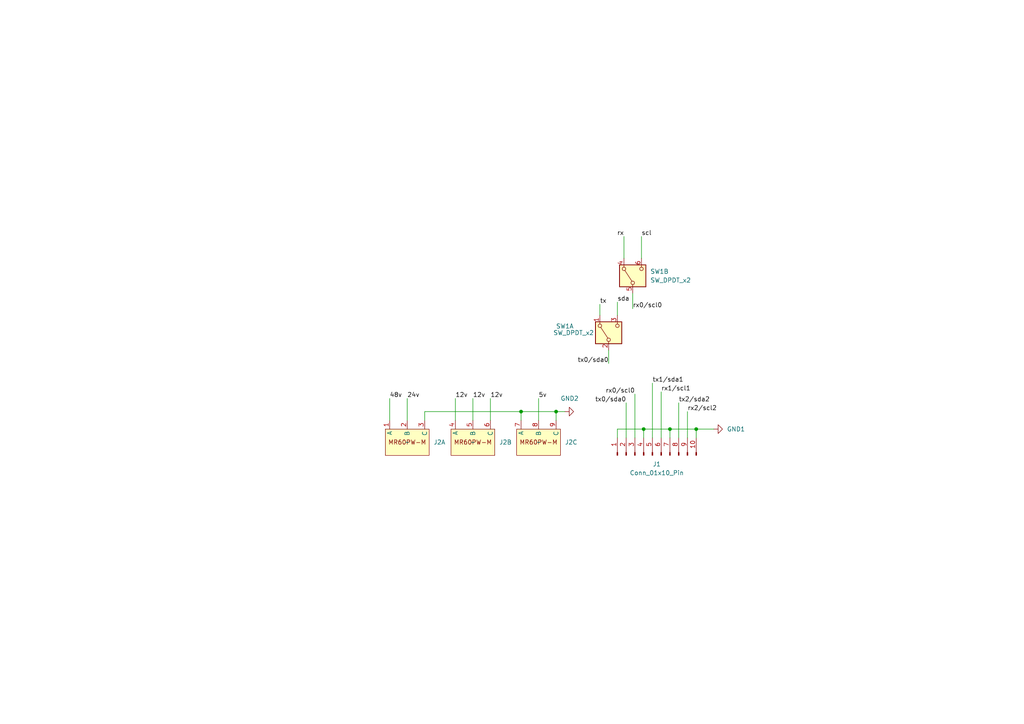
<source format=kicad_sch>
(kicad_sch (version 20230121) (generator eeschema)
  (paper "A4")
  (lib_symbols
    (symbol "2024-backplane:MR60PW-M_X3"
      (property "Reference" "J" (at -3.81 11.43 0))
      (symbol "MR60PW-M_X3_1_1"
        (rectangle (start -10.16 10.16) (end 2.54 2.54) (fill (type background)))
        (text "MR60PW-M\n" (at -3.81 6.35 0) (effects (font (size 1.27 1.27))))
        (pin bidirectional line (at -8.89 0 90) (length 2.54) (name "A") (number "1"))
        (pin bidirectional line (at -3.81 0 90) (length 2.54) (name "B") (number "2"))
        (pin bidirectional line (at 1.27 0 90) (length 2.54) (name "C") (number "3"))
      )
      (symbol "MR60PW-M_X3_2_1"
        (rectangle (start -10.16 10.16) (end 2.54 2.54) (fill (type background)))
        (text "MR60PW-M\n" (at -3.81 6.35 0) (effects (font (size 1.27 1.27))))
        (pin bidirectional line (at -8.89 0 90) (length 2.54) (name "A") (number "4"))
        (pin bidirectional line (at -3.81 0 90) (length 2.54) (name "B") (number "5"))
        (pin bidirectional line (at 1.27 0 90) (length 2.54) (name "C") (number "6"))
      )
      (symbol "MR60PW-M_X3_3_1"
        (rectangle (start -10.16 10.16) (end 2.54 2.54) (fill (type background)))
        (text "MR60PW-M\n" (at -3.81 6.35 0) (effects (font (size 1.27 1.27))))
        (pin bidirectional line (at -8.89 0 90) (length 2.54) (name "A") (number "7"))
        (pin bidirectional line (at -3.81 0 90) (length 2.54) (name "B") (number "8"))
        (pin bidirectional line (at 1.27 0 90) (length 2.54) (name "C") (number "9"))
      )
    )
    (symbol "Connector:Conn_01x10_Pin" (pin_names (offset 1.016) hide)
      (property "Reference" "J" (at 0 12.7 0))
      (property "Value" "Conn_01x10_Pin" (at 0 -15.24 0))
      (symbol "Conn_01x10_Pin_1_1"
        (polyline (pts (xy 1.27 -12.7) (xy 0.8636 -12.7)) (stroke (width 0.1524)))
        (polyline (pts (xy 1.27 -10.16) (xy 0.8636 -10.16)) (stroke (width 0.1524)))
        (polyline (pts (xy 1.27 -7.62) (xy 0.8636 -7.62)) (stroke (width 0.1524)))
        (polyline (pts (xy 1.27 -5.08) (xy 0.8636 -5.08)) (stroke (width 0.1524)))
        (polyline (pts (xy 1.27 -2.54) (xy 0.8636 -2.54)) (stroke (width 0.1524)))
        (polyline (pts (xy 1.27 0) (xy 0.8636 0)) (stroke (width 0.1524)))
        (polyline (pts (xy 1.27 2.54) (xy 0.8636 2.54)) (stroke (width 0.1524)))
        (polyline (pts (xy 1.27 5.08) (xy 0.8636 5.08)) (stroke (width 0.1524)))
        (polyline (pts (xy 1.27 7.62) (xy 0.8636 7.62)) (stroke (width 0.1524)))
        (polyline (pts (xy 1.27 10.16) (xy 0.8636 10.16)) (stroke (width 0.1524)))
        (rectangle (start 0.8636 -12.573) (end 0 -12.827) (stroke (width 0.1524)) (fill (type outline)))
        (rectangle (start 0.8636 -10.033) (end 0 -10.287) (stroke (width 0.1524)) (fill (type outline)))
        (rectangle (start 0.8636 -7.493) (end 0 -7.747) (stroke (width 0.1524)) (fill (type outline)))
        (rectangle (start 0.8636 -4.953) (end 0 -5.207) (stroke (width 0.1524)) (fill (type outline)))
        (rectangle (start 0.8636 -2.413) (end 0 -2.667) (stroke (width 0.1524)) (fill (type outline)))
        (rectangle (start 0.8636 0.127) (end 0 -0.127) (stroke (width 0.1524)) (fill (type outline)))
        (rectangle (start 0.8636 2.667) (end 0 2.413) (stroke (width 0.1524)) (fill (type outline)))
        (rectangle (start 0.8636 5.207) (end 0 4.953) (stroke (width 0.1524)) (fill (type outline)))
        (rectangle (start 0.8636 7.747) (end 0 7.493) (stroke (width 0.1524)) (fill (type outline)))
        (rectangle (start 0.8636 10.287) (end 0 10.033) (stroke (width 0.1524)) (fill (type outline)))
        (pin passive line (at 5.08 10.16 180) (length 3.81) (name "Pin_1") (number "1"))
        (pin passive line (at 5.08 -12.7 180) (length 3.81) (name "Pin_10") (number "10"))
        (pin passive line (at 5.08 7.62 180) (length 3.81) (name "Pin_2") (number "2"))
        (pin passive line (at 5.08 5.08 180) (length 3.81) (name "Pin_3") (number "3"))
        (pin passive line (at 5.08 2.54 180) (length 3.81) (name "Pin_4") (number "4"))
        (pin passive line (at 5.08 0 180) (length 3.81) (name "Pin_5") (number "5"))
        (pin passive line (at 5.08 -2.54 180) (length 3.81) (name "Pin_6") (number "6"))
        (pin passive line (at 5.08 -5.08 180) (length 3.81) (name "Pin_7") (number "7"))
        (pin passive line (at 5.08 -7.62 180) (length 3.81) (name "Pin_8") (number "8"))
        (pin passive line (at 5.08 -10.16 180) (length 3.81) (name "Pin_9") (number "9"))
      )
    )
    (symbol "Switch:SW_DPDT_x2" (pin_names (offset 0) hide)
      (property "Reference" "SW" (at 0 5.08 0))
      (property "Value" "SW_DPDT_x2" (at 0 -5.08 0))
      (symbol "SW_DPDT_x2_0_0"
        (circle (center -2.032 0) (radius 0.508))
        (circle (center 2.032 -2.54) (radius 0.508))
      )
      (symbol "SW_DPDT_x2_0_1"
        (rectangle (start -3.175 3.81) (end 3.175 -3.81) (stroke (width 0.254)) (fill (type background)))
        (polyline (pts (xy -1.524 0.254) (xy 1.5748 2.286)))
        (circle (center 2.032 2.54) (radius 0.508))
      )
      (symbol "SW_DPDT_x2_1_1"
        (pin passive line (at 5.08 2.54 180) (length 2.54) (name "A") (number "1"))
        (pin passive line (at -5.08 0 0) (length 2.54) (name "B") (number "2"))
        (pin passive line (at 5.08 -2.54 180) (length 2.54) (name "C") (number "3"))
      )
      (symbol "SW_DPDT_x2_2_1"
        (pin passive line (at 5.08 2.54 180) (length 2.54) (name "A") (number "4"))
        (pin passive line (at -5.08 0 0) (length 2.54) (name "B") (number "5"))
        (pin passive line (at 5.08 -2.54 180) (length 2.54) (name "C") (number "6"))
      )
    )
    (symbol "power:GND1" (power) (pin_names (offset 0))
      (property "Value" "GND1" (at 0 -3.81 0))
      (symbol "GND1_0_1"
        (polyline (pts (xy 0 0) (xy 0 -1.27) (xy 1.27 -1.27) (xy 0 -2.54) (xy -1.27 -1.27) (xy 0 -1.27)))
      )
      (symbol "GND1_1_1"
        (pin power_in line (at 0 0 270) (length 0) hide (name "GND1") (number "1"))
      )
    )
    (symbol "power:GND2" (power) (pin_names (offset 0))
      (property "Value" "GND2" (at 0 -3.81 0))
      (symbol "GND2_0_1"
        (polyline (pts (xy 0 0) (xy 0 -1.27) (xy 1.27 -1.27) (xy 0 -2.54) (xy -1.27 -1.27) (xy 0 -1.27)))
      )
      (symbol "GND2_1_1"
        (pin power_in line (at 0 0 270) (length 0) hide (name "GND2") (number "1"))
      )
    )
  )
  (junction (at 186.69 124.46))
  (junction (at 201.93 124.46))
  (junction (at 194.31 124.46))
  (junction (at 151.13 119.38))
  (junction (at 161.29 119.38))
  (wire (pts (xy 156.21 115.57) (xy 156.21 121.92)))
  (wire (pts (xy 123.19 119.38) (xy 151.13 119.38)))
  (wire (pts (xy 180.975 68.58) (xy 180.975 74.93)))
  (wire (pts (xy 194.31 124.46) (xy 201.93 124.46)))
  (wire (pts (xy 179.07 124.46) (xy 186.69 124.46)))
  (wire (pts (xy 183.515 85.09) (xy 183.515 89.535)))
  (wire (pts (xy 161.29 119.38) (xy 163.83 119.38)))
  (wire (pts (xy 199.39 119.38) (xy 199.39 127)))
  (wire (pts (xy 179.07 127) (xy 179.07 124.46)))
  (wire (pts (xy 184.15 114.3) (xy 184.15 127)))
  (wire (pts (xy 186.69 127) (xy 186.69 124.46)))
  (wire (pts (xy 132.08 115.57) (xy 132.08 121.92)))
  (wire (pts (xy 181.61 116.84) (xy 181.61 127)))
  (wire (pts (xy 137.16 115.57) (xy 137.16 121.92)))
  (wire (pts (xy 151.13 121.92) (xy 151.13 119.38)))
  (wire (pts (xy 189.23 111.125) (xy 189.23 127)))
  (wire (pts (xy 191.77 113.665) (xy 191.77 127)))
  (wire (pts (xy 201.93 124.46) (xy 207.01 124.46)))
  (wire (pts (xy 151.13 119.38) (xy 161.29 119.38)))
  (wire (pts (xy 113.03 115.57) (xy 113.03 121.92)))
  (wire (pts (xy 118.11 115.57) (xy 118.11 121.92)))
  (wire (pts (xy 196.85 116.84) (xy 196.85 127)))
  (wire (pts (xy 123.19 121.92) (xy 123.19 119.38)))
  (wire (pts (xy 173.99 88.265) (xy 173.99 91.44)))
  (wire (pts (xy 201.93 127) (xy 201.93 124.46)))
  (wire (pts (xy 186.055 68.58) (xy 186.055 74.93)))
  (wire (pts (xy 161.29 121.92) (xy 161.29 119.38)))
  (wire (pts (xy 186.69 124.46) (xy 194.31 124.46)))
  (wire (pts (xy 142.24 115.57) (xy 142.24 121.92)))
  (wire (pts (xy 194.31 127) (xy 194.31 124.46)))
  (wire (pts (xy 179.07 87.63) (xy 179.07 91.44)))
  (wire (pts (xy 176.53 101.6) (xy 176.53 105.41)))
  (label "24v" (at 118.11 115.57 0))
  (label "scl" (at 186.055 68.58 0))
  (label "rx0{slash}scl0" (at 183.515 89.535 0))
  (label "sda" (at 179.07 87.63 0))
  (label "tx" (at 173.99 88.265 0))
  (label "12v" (at 132.08 115.57 0))
  (label "tx2{slash}sda2" (at 196.85 116.84 0))
  (label "rx1{slash}scl1" (at 191.77 113.665 0))
  (label "rx" (at 180.975 68.58 180))
  (label "tx1{slash}sda1" (at 189.23 111.125 0))
  (label "tx0{slash}sda0" (at 181.61 116.84 180))
  (label "48v" (at 113.03 115.57 0))
  (label "rx0{slash}scl0" (at 184.15 114.3 180))
  (label "rx2{slash}scl2" (at 199.39 119.38 0))
  (label "12v" (at 142.24 115.57 0))
  (label "tx0{slash}sda0" (at 176.53 105.41 180))
  (label "12v" (at 137.16 115.57 0))
  (label "5v" (at 156.21 115.57 0))
  (symbol (lib_id "Switch:SW_DPDT_x2") (at 176.53 96.52 90) (unit 1)
    (property "Reference" "SW1" (at 163.83 94.615 90))
    (property "Value" "SW_DPDT_x2" (at 166.37 96.52 90))
    (property "Footprint" "2024-backplane:SW_CUI_DPDT" (effects hide))
  )
  (symbol (lib_id "2024-backplane:MR60PW-M_X3") (at 121.92 121.92 0) (mirror x) (unit 1)
    (property "Reference" "J2" (at 125.73 128.27 0) (effects (justify left)))
    (property "Value" "~" (at 118.11 128.27 0))
    (property "Footprint" "2024-backplane:MR60PW-M_X3" (effects hide))
    (property "Datasheet" "https://www.tme.com/Document/fd4b3517709a946d7b01cf4810656931/MR60PW-M.pdf" (effects hide))
  )
  (symbol (lib_id "2024-backplane:MR60PW-M_X3") (at 140.97 121.92 0) (mirror x) (unit 2)
    (property "Reference" "J2" (at 144.78 128.27 0) (effects (justify left)))
    (property "Value" "~" (at 137.16 128.27 0))
    (property "Footprint" "2024-backplane:MR60PW-M_X3" (effects hide))
    (property "Datasheet" "https://www.tme.com/Document/fd4b3517709a946d7b01cf4810656931/MR60PW-M.pdf" (effects hide))
  )
  (symbol (lib_id "Connector:Conn_01x10_Pin") (at 189.23 132.08 90) (unit 1)
    (property "Reference" "J1" (at 190.5 134.62 90))
    (property "Value" "Conn_01x10_Pin" (at 190.5 137.16 90))
    (property "Footprint" "2024-backplane:CardEdge_2x10" (effects hide))
  )
  (symbol (lib_id "2024-backplane:MR60PW-M_X3") (at 160.02 121.92 0) (mirror x) (unit 3)
    (property "Reference" "J2" (at 163.83 128.27 0) (effects (justify left)))
    (property "Value" "~" (at 156.21 128.27 0))
    (property "Footprint" "2024-backplane:MR60PW-M_X3" (effects hide))
    (property "Datasheet" "https://www.tme.com/Document/fd4b3517709a946d7b01cf4810656931/MR60PW-M.pdf" (effects hide))
  )
  (symbol (lib_id "power:GND1") (at 207.01 124.46 90) (unit 1)
    (property "Reference" "#PWR01" (effects hide))
    (property "Value" "GND1" (at 210.82 124.46 90) (effects (justify right)))
  )
  (symbol (lib_id "power:GND2") (at 163.83 119.38 90) (unit 1)
    (property "Reference" "#PWR02" (effects hide))
    (property "Value" "GND2" (at 162.56 115.57 90) (effects (justify right)))
  )
  (symbol (lib_id "Switch:SW_DPDT_x2") (at 183.515 80.01 90) (unit 2)
    (property "Reference" "SW1" (at 188.595 78.74 90) (effects (justify right)))
    (property "Value" "SW_DPDT_x2" (at 188.595 81.28 90) (effects (justify right)))
    (property "Footprint" "2024-backplane:SW_CUI_DPDT" (effects hide))
  )
)
</source>
